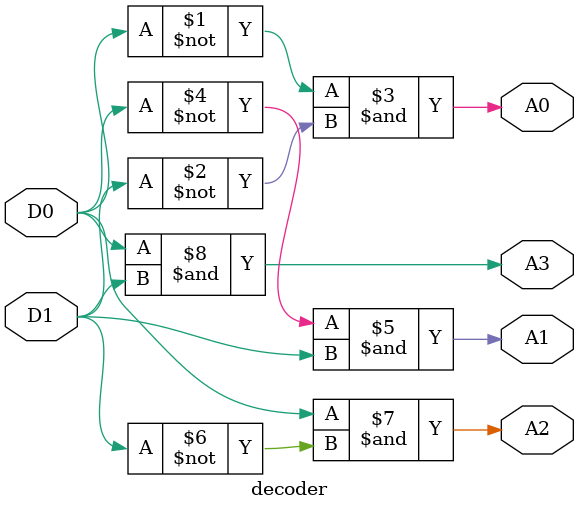
<source format=v>

module decoder (
	input D0, D1,
	output A0,A1,A2,A3
);

assign A0 = ~D0 & ~D1;
assign A1 = ~D0 & D1;
assign A2 = D0 & ~D1;
assign A3 = D0 & D1;

endmodule

</source>
